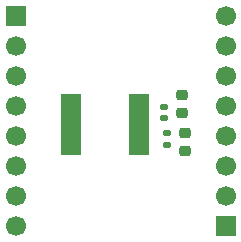
<source format=gts>
G04 #@! TF.GenerationSoftware,KiCad,Pcbnew,9.0.4*
G04 #@! TF.CreationDate,2025-12-19T16:33:40-05:00*
G04 #@! TF.ProjectId,ADS1120IPWR,41445331-3132-4304-9950-57522e6b6963,rev?*
G04 #@! TF.SameCoordinates,Original*
G04 #@! TF.FileFunction,Soldermask,Top*
G04 #@! TF.FilePolarity,Negative*
%FSLAX46Y46*%
G04 Gerber Fmt 4.6, Leading zero omitted, Abs format (unit mm)*
G04 Created by KiCad (PCBNEW 9.0.4) date 2025-12-19 16:33:40*
%MOMM*%
%LPD*%
G01*
G04 APERTURE LIST*
G04 Aperture macros list*
%AMRoundRect*
0 Rectangle with rounded corners*
0 $1 Rounding radius*
0 $2 $3 $4 $5 $6 $7 $8 $9 X,Y pos of 4 corners*
0 Add a 4 corners polygon primitive as box body*
4,1,4,$2,$3,$4,$5,$6,$7,$8,$9,$2,$3,0*
0 Add four circle primitives for the rounded corners*
1,1,$1+$1,$2,$3*
1,1,$1+$1,$4,$5*
1,1,$1+$1,$6,$7*
1,1,$1+$1,$8,$9*
0 Add four rect primitives between the rounded corners*
20,1,$1+$1,$2,$3,$4,$5,0*
20,1,$1+$1,$4,$5,$6,$7,0*
20,1,$1+$1,$6,$7,$8,$9,0*
20,1,$1+$1,$8,$9,$2,$3,0*%
G04 Aperture macros list end*
%ADD10C,1.700000*%
%ADD11R,1.700000X1.700000*%
%ADD12RoundRect,0.140000X0.170000X-0.140000X0.170000X0.140000X-0.170000X0.140000X-0.170000X-0.140000X0*%
%ADD13RoundRect,0.140000X-0.170000X0.140000X-0.170000X-0.140000X0.170000X-0.140000X0.170000X0.140000X0*%
%ADD14RoundRect,0.225000X0.250000X-0.225000X0.250000X0.225000X-0.250000X0.225000X-0.250000X-0.225000X0*%
%ADD15RoundRect,0.076750X-0.810250X-0.230250X0.810250X-0.230250X0.810250X0.230250X-0.810250X0.230250X0*%
%ADD16RoundRect,0.225000X-0.250000X0.225000X-0.250000X-0.225000X0.250000X-0.225000X0.250000X0.225000X0*%
G04 APERTURE END LIST*
D10*
X145450000Y-65500000D03*
D11*
X145450000Y-55340000D03*
D10*
X145450000Y-57880000D03*
X145450000Y-60420000D03*
X145450000Y-62960000D03*
X145450000Y-68040000D03*
X145450000Y-70580000D03*
X145450000Y-73120000D03*
D11*
X163230000Y-73100000D03*
D10*
X163230000Y-70560000D03*
X163230000Y-68020000D03*
X163230000Y-65480000D03*
X163230000Y-62940000D03*
X163230000Y-60400000D03*
X163230000Y-57860000D03*
X163230000Y-55320000D03*
D12*
X158250000Y-65270000D03*
X158250000Y-66230000D03*
D13*
X158000000Y-63020000D03*
X158000000Y-63980000D03*
D14*
X159500000Y-63525000D03*
X159500000Y-61975000D03*
D15*
X150130000Y-62225000D03*
X150130000Y-62875000D03*
X150130000Y-63525000D03*
X150130000Y-64175000D03*
X150130000Y-64825000D03*
X150130000Y-65475000D03*
X150130000Y-66125000D03*
X150130000Y-66775000D03*
X155870000Y-66775000D03*
X155870000Y-66125000D03*
X155870000Y-65475000D03*
X155870000Y-64825000D03*
X155870000Y-64175000D03*
X155870000Y-63525000D03*
X155870000Y-62875000D03*
X155870000Y-62225000D03*
D16*
X159750000Y-65225000D03*
X159750000Y-66775000D03*
M02*

</source>
